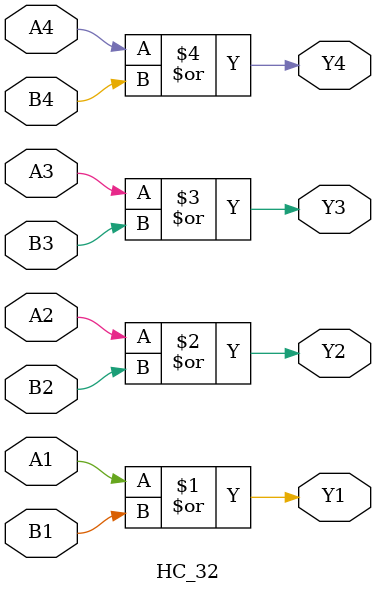
<source format=v>
module HC_32(A1, B1, A2, B2, A3, B3, A4, B4, Y1, Y2, Y3, Y4);

input A1, B1, A2, B2, A3, B3, A4, B4;
output Y1, Y2, Y3, Y4;

assign Y1 = A1|B1;
assign Y2 = A2|B2;
assign Y3 = A3|B3;
assign Y4 = A4|B4;

endmodule
</source>
